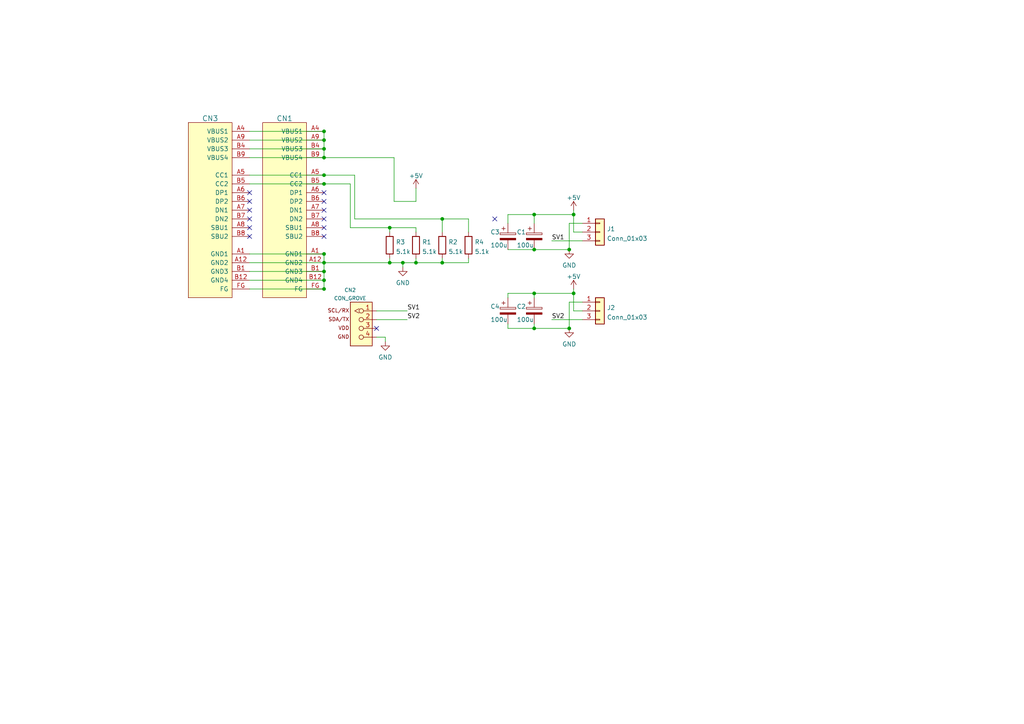
<source format=kicad_sch>
(kicad_sch (version 20211123) (generator eeschema)
  (paper "A4")
  (lib_symbols
    (symbol "Connector_Generic:Conn_01x03" (pin_names (offset 1.016) hide)
      (property "Reference" "J" (at 0 5.08 0))
      (property "Value" "Conn_01x03" (at 0 -5.08 0))
      (symbol "Conn_01x03_1_1"
        (rectangle (start -1.27 -2.413) (end 0 -2.667) (stroke (width 0.1524)))
        (rectangle (start -1.27 0.127) (end 0 -0.127) (stroke (width 0.1524)))
        (rectangle (start -1.27 2.667) (end 0 2.413) (stroke (width 0.1524)))
        (rectangle (start -1.27 3.81) (end 1.27 -3.81) (stroke (width 0.254)) (fill (type background)))
        (pin passive line (at -5.08 2.54 0) (length 3.81) (name "Pin_1") (number "1"))
        (pin passive line (at -5.08 0 0) (length 3.81) (name "Pin_2") (number "2"))
        (pin passive line (at -5.08 -2.54 0) (length 3.81) (name "Pin_3") (number "3"))
      )
    )
    (symbol "Device:C_Polarized" (pin_numbers hide) (pin_names (offset 0.254))
      (property "Reference" "C" (at 0.635 2.54 0))
      (property "Value" "C_Polarized" (at 0.635 -2.54 0))
      (symbol "C_Polarized_0_1"
        (rectangle (start -2.286 0.508) (end 2.286 1.016))
        (polyline (pts (xy -1.778 2.286) (xy -0.762 2.286)))
        (polyline (pts (xy -1.27 2.794) (xy -1.27 1.778)))
        (rectangle (start 2.286 -0.508) (end -2.286 -1.016) (fill (type outline)))
      )
      (symbol "C_Polarized_1_1"
        (pin passive line (at 0 3.81 270) (length 2.794) (name "~") (number "1"))
        (pin passive line (at 0 -3.81 90) (length 2.794) (name "~") (number "2"))
      )
    )
    (symbol "Device:R" (pin_numbers hide) (pin_names (offset 0))
      (property "Reference" "R" (at 2.032 0 90))
      (property "Value" "R" (at 0 0 90))
      (symbol "R_0_1"
        (rectangle (start -1.016 -2.54) (end 1.016 2.54) (stroke (width 0.254)))
      )
      (symbol "R_1_1"
        (pin passive line (at 0 3.81 270) (length 1.27) (name "~") (number "1"))
        (pin passive line (at 0 -3.81 90) (length 1.27) (name "~") (number "2"))
      )
    )
    (symbol "akita:CON_GROVE" (pin_names (offset 1.016))
      (property "Reference" "CN" (at 0 3.81 0))
      (property "Value" "CON_GROVE" (at 3.81 -5.08 90))
      (symbol "CON_GROVE_1_0"
        (text "GND" (at 5.334 -5.588 0) (effects (font (size 1.0668 1.0668)) (justify left bottom)))
        (text "SCL/RX" (at 5.334 2.032 0) (effects (font (size 1.0668 1.0668)) (justify left bottom)))
        (text "SDA/TX" (at 5.334 -0.508 0) (effects (font (size 1.0668 1.0668)) (justify left bottom)))
        (text "VDD" (at 5.334 -3.048 0) (effects (font (size 1.0668 1.0668)) (justify left bottom)))
        (pin bidirectional inverted_clock (at -2.54 2.54 0) (length 5.08) (name "1") (number "1"))
        (pin bidirectional inverted (at -2.54 0 0) (length 5.08) (name "2") (number "2"))
        (pin bidirectional inverted (at -2.54 -2.54 0) (length 5.08) (name "3") (number "3"))
        (pin bidirectional inverted (at -2.54 -5.08 0) (length 5.08) (name "4") (number "4"))
      )
      (symbol "CON_GROVE_1_1"
        (rectangle (start -1.27 5.08) (end 5.08 -7.62) (stroke (width 0.2032)) (fill (type background)))
      )
    )
    (symbol "akita:CON_USB-C-16p" (pin_names (offset 1.016))
      (property "Reference" "CN" (at -7.62 25.4 0))
      (symbol "CON_USB-C-16p_0_1"
        (rectangle (start -7.62 25.4) (end 5.08 -25.4) (stroke (width 0.1524)) (fill (type background)))
      )
      (symbol "CON_USB-C-16p_1_0"
        (pin bidirectional line (at -12.7 -12.7 0) (length 5.08) (name "GND1") (number "A1"))
        (pin bidirectional line (at -12.7 -15.24 0) (length 5.08) (name "GND2") (number "A12"))
        (pin bidirectional line (at -12.7 22.86 0) (length 5.08) (name "VBUS1") (number "A4"))
        (pin bidirectional line (at -12.7 10.16 0) (length 5.08) (name "CC1") (number "A5"))
        (pin bidirectional line (at -12.7 5.08 0) (length 5.08) (name "DP1") (number "A6"))
        (pin bidirectional line (at -12.7 0 0) (length 5.08) (name "DN1") (number "A7"))
        (pin bidirectional line (at -12.7 -5.08 0) (length 5.08) (name "SBU1") (number "A8"))
        (pin bidirectional line (at -12.7 20.32 0) (length 5.08) (name "VBUS2") (number "A9"))
        (pin bidirectional line (at -12.7 -17.78 0) (length 5.08) (name "GND3") (number "B1"))
        (pin bidirectional line (at -12.7 -20.32 0) (length 5.08) (name "GND4") (number "B12"))
        (pin bidirectional line (at -12.7 17.78 0) (length 5.08) (name "VBUS3") (number "B4"))
        (pin bidirectional line (at -12.7 7.62 0) (length 5.08) (name "CC2") (number "B5"))
        (pin bidirectional line (at -12.7 2.54 0) (length 5.08) (name "DP2") (number "B6"))
        (pin bidirectional line (at -12.7 -2.54 0) (length 5.08) (name "DN2") (number "B7"))
        (pin bidirectional line (at -12.7 -7.62 0) (length 5.08) (name "SBU2") (number "B8"))
        (pin bidirectional line (at -12.7 15.24 0) (length 5.08) (name "VBUS4") (number "B9"))
        (pin bidirectional line (at -12.7 -22.86 0) (length 5.08) (name "FG") (number "FG"))
      )
    )
    (symbol "power:+5V" (power) (pin_names (offset 0))
      (property "Value" "+5V" (at 0 3.556 0))
      (symbol "+5V_0_1"
        (polyline (pts (xy -0.762 1.27) (xy 0 2.54)))
        (polyline (pts (xy 0 0) (xy 0 2.54)))
        (polyline (pts (xy 0 2.54) (xy 0.762 1.27)))
      )
      (symbol "+5V_1_1"
        (pin power_in line (at 0 0 90) (length 0) hide (name "+5V") (number "1"))
      )
    )
    (symbol "power:GND" (power) (pin_names (offset 0))
      (property "Value" "GND" (at 0 -3.81 0))
      (symbol "GND_0_1"
        (polyline (pts (xy 0 0) (xy 0 -1.27) (xy 1.27 -1.27) (xy 0 -2.54) (xy -1.27 -1.27) (xy 0 -1.27)))
      )
      (symbol "GND_1_1"
        (pin power_in line (at 0 0 270) (length 0) hide (name "GND") (number "1"))
      )
    )
  )
  (junction (at 93.98 50.8))
  (junction (at 166.37 62.23))
  (junction (at 93.98 81.28))
  (junction (at 93.98 53.34))
  (junction (at 166.37 85.09))
  (junction (at 120.65 76.2))
  (junction (at 93.98 78.74))
  (junction (at 128.27 63.5))
  (junction (at 154.94 72.39))
  (junction (at 154.94 85.09))
  (junction (at 113.03 76.2))
  (junction (at 154.94 95.25))
  (junction (at 116.84 76.2))
  (junction (at 128.27 76.2))
  (junction (at 165.1 95.25))
  (junction (at 165.1 72.39))
  (junction (at 93.98 83.82))
  (junction (at 93.98 45.72))
  (junction (at 93.98 73.66))
  (junction (at 93.98 43.18))
  (junction (at 154.94 62.23))
  (junction (at 93.98 38.1))
  (junction (at 113.03 66.04))
  (junction (at 93.98 40.64))
  (junction (at 93.98 76.2))
  (no_connect (at 93.98 66.04))
  (no_connect (at 93.98 58.42))
  (no_connect (at 72.39 60.96))
  (no_connect (at 72.39 63.5))
  (no_connect (at 72.39 68.58))
  (no_connect (at 93.98 68.58))
  (no_connect (at 72.39 58.42))
  (no_connect (at 72.39 55.88))
  (no_connect (at 93.98 63.5))
  (no_connect (at 109.22 95.25))
  (no_connect (at 143.51 63.5))
  (no_connect (at 93.98 55.88))
  (no_connect (at 72.39 66.04))
  (no_connect (at 93.98 60.96))
  (wire (pts (xy 168.91 90.17) (xy 166.37 90.17)))
  (wire (pts (xy 165.1 64.77) (xy 165.1 72.39)))
  (wire (pts (xy 147.32 95.25) (xy 147.32 93.98)))
  (wire (pts (xy 120.65 76.2) (xy 128.27 76.2)))
  (wire (pts (xy 114.3 45.72) (xy 114.3 58.42)))
  (wire (pts (xy 93.98 78.74) (xy 93.98 81.28)))
  (wire (pts (xy 166.37 67.31) (xy 166.37 62.23)))
  (wire (pts (xy 111.76 97.79) (xy 111.76 99.06)))
  (wire (pts (xy 128.27 63.5) (xy 102.87 63.5)))
  (wire (pts (xy 113.03 66.04) (xy 120.65 66.04)))
  (wire (pts (xy 109.22 90.17) (xy 118.11 90.17)))
  (wire (pts (xy 102.87 63.5) (xy 102.87 50.8)))
  (wire (pts (xy 166.37 62.23) (xy 154.94 62.23)))
  (wire (pts (xy 160.02 69.85) (xy 168.91 69.85)))
  (wire (pts (xy 113.03 66.04) (xy 113.03 67.31)))
  (wire (pts (xy 72.39 83.82) (xy 93.98 83.82)))
  (wire (pts (xy 147.32 72.39) (xy 154.94 72.39)))
  (wire (pts (xy 168.91 64.77) (xy 165.1 64.77)))
  (wire (pts (xy 128.27 76.2) (xy 128.27 74.93)))
  (wire (pts (xy 72.39 73.66) (xy 93.98 73.66)))
  (wire (pts (xy 93.98 73.66) (xy 93.98 76.2)))
  (wire (pts (xy 93.98 38.1) (xy 93.98 40.64)))
  (wire (pts (xy 72.39 76.2) (xy 93.98 76.2)))
  (wire (pts (xy 113.03 76.2) (xy 116.84 76.2)))
  (wire (pts (xy 113.03 74.93) (xy 113.03 76.2)))
  (wire (pts (xy 93.98 45.72) (xy 114.3 45.72)))
  (wire (pts (xy 72.39 53.34) (xy 93.98 53.34)))
  (wire (pts (xy 93.98 43.18) (xy 93.98 45.72)))
  (wire (pts (xy 160.02 92.71) (xy 168.91 92.71)))
  (wire (pts (xy 165.1 87.63) (xy 165.1 95.25)))
  (wire (pts (xy 128.27 63.5) (xy 128.27 67.31)))
  (wire (pts (xy 101.6 66.04) (xy 113.03 66.04)))
  (wire (pts (xy 168.91 87.63) (xy 165.1 87.63)))
  (wire (pts (xy 72.39 81.28) (xy 93.98 81.28)))
  (wire (pts (xy 72.39 78.74) (xy 93.98 78.74)))
  (wire (pts (xy 135.89 63.5) (xy 128.27 63.5)))
  (wire (pts (xy 109.22 97.79) (xy 111.76 97.79)))
  (wire (pts (xy 120.65 58.42) (xy 120.65 54.61)))
  (wire (pts (xy 166.37 62.23) (xy 166.37 60.96)))
  (wire (pts (xy 93.98 76.2) (xy 93.98 78.74)))
  (wire (pts (xy 128.27 76.2) (xy 135.89 76.2)))
  (wire (pts (xy 165.1 95.25) (xy 154.94 95.25)))
  (wire (pts (xy 135.89 67.31) (xy 135.89 63.5)))
  (wire (pts (xy 135.89 76.2) (xy 135.89 74.93)))
  (wire (pts (xy 147.32 95.25) (xy 154.94 95.25)))
  (wire (pts (xy 166.37 85.09) (xy 154.94 85.09)))
  (wire (pts (xy 93.98 81.28) (xy 93.98 83.82)))
  (wire (pts (xy 109.22 92.71) (xy 118.11 92.71)))
  (wire (pts (xy 72.39 50.8) (xy 93.98 50.8)))
  (wire (pts (xy 72.39 43.18) (xy 93.98 43.18)))
  (wire (pts (xy 72.39 40.64) (xy 93.98 40.64)))
  (wire (pts (xy 154.94 85.09) (xy 154.94 86.36)))
  (wire (pts (xy 93.98 53.34) (xy 101.6 53.34)))
  (wire (pts (xy 120.65 66.04) (xy 120.65 67.31)))
  (wire (pts (xy 102.87 50.8) (xy 93.98 50.8)))
  (wire (pts (xy 166.37 85.09) (xy 166.37 83.82)))
  (wire (pts (xy 114.3 58.42) (xy 120.65 58.42)))
  (wire (pts (xy 168.91 67.31) (xy 166.37 67.31)))
  (wire (pts (xy 154.94 85.09) (xy 147.32 85.09)))
  (wire (pts (xy 101.6 53.34) (xy 101.6 66.04)))
  (wire (pts (xy 120.65 76.2) (xy 120.65 74.93)))
  (wire (pts (xy 166.37 90.17) (xy 166.37 85.09)))
  (wire (pts (xy 116.84 76.2) (xy 116.84 77.47)))
  (wire (pts (xy 72.39 45.72) (xy 93.98 45.72)))
  (wire (pts (xy 147.32 62.23) (xy 147.32 64.77)))
  (wire (pts (xy 147.32 85.09) (xy 147.32 86.36)))
  (wire (pts (xy 93.98 76.2) (xy 113.03 76.2)))
  (wire (pts (xy 116.84 76.2) (xy 120.65 76.2)))
  (wire (pts (xy 72.39 38.1) (xy 93.98 38.1)))
  (wire (pts (xy 93.98 40.64) (xy 93.98 43.18)))
  (wire (pts (xy 154.94 62.23) (xy 154.94 64.77)))
  (wire (pts (xy 154.94 95.25) (xy 154.94 93.98)))
  (wire (pts (xy 154.94 72.39) (xy 165.1 72.39)))
  (wire (pts (xy 154.94 62.23) (xy 147.32 62.23)))
  (label "SV2" (at 160.02 92.71 0))
  (label "SV1" (at 118.11 90.17 0))
  (label "SV1" (at 160.02 69.85 0))
  (label "SV2" (at 118.11 92.71 0))
  (symbol (lib_id "power:GND") (at 165.1 95.25 0) (unit 1)
    (property "Reference" "#PWR06" (effects hide))
    (property "Value" "GND" (at 165.1 99.8125 0))
  )
  (symbol (lib_id "Device:C_Polarized") (at 154.94 68.58 0) (unit 1)
    (property "Reference" "C1" (at 149.86 67.31 0) (effects (justify left)))
    (property "Value" "100u" (at 149.86 71.12 0) (effects (justify left)))
    (property "Footprint" "Capacitor_THT:CP_Radial_D6.3mm_P2.50mm" (effects hide))
  )
  (symbol (lib_id "Device:R") (at 135.89 71.12 0) (unit 1)
    (property "Reference" "R4" (at 137.668 70.2115 0) (effects (justify left)))
    (property "Value" "5.1k" (at 137.668 72.9866 0) (effects (justify left)))
    (property "Footprint" "Resistor_THT:R_Axial_DIN0204_L3.6mm_D1.6mm_P7.62mm_Horizontal" (effects hide))
  )
  (symbol (lib_id "Connector_Generic:Conn_01x03") (at 173.99 90.17 0) (unit 1)
    (property "Reference" "J2" (at 176.022 89.2615 0) (effects (justify left)))
    (property "Value" "Conn_01x03" (at 176.022 92.0366 0) (effects (justify left)))
    (property "Footprint" "Connector_PinHeader_2.54mm:PinHeader_1x03_P2.54mm_Vertical" (effects hide))
  )
  (symbol (lib_id "Connector_Generic:Conn_01x03") (at 173.99 67.31 0) (unit 1)
    (property "Reference" "J1" (at 176.022 66.4015 0) (effects (justify left)))
    (property "Value" "Conn_01x03" (at 176.022 69.1766 0) (effects (justify left)))
    (property "Footprint" "Connector_PinHeader_2.54mm:PinHeader_1x03_P2.54mm_Vertical" (effects hide))
  )
  (symbol (lib_id "power:+5V") (at 166.37 60.96 0) (unit 1)
    (property "Reference" "#PWR07" (effects hide))
    (property "Value" "+5V" (at 166.37 57.3555 0))
  )
  (symbol (lib_id "power:GND") (at 116.84 77.47 0) (unit 1)
    (property "Reference" "#PWR03" (effects hide))
    (property "Value" "GND" (at 116.84 82.0325 0))
  )
  (symbol (lib_id "Device:C_Polarized") (at 147.32 90.17 0) (unit 1)
    (property "Reference" "C4" (at 142.24 88.9 0) (effects (justify left)))
    (property "Value" "100u" (at 142.24 92.71 0) (effects (justify left)))
    (property "Footprint" "Capacitor_SMD:C_1206_3216Metric" (effects hide))
  )
  (symbol (lib_id "power:+5V") (at 120.65 54.61 0) (unit 1)
    (property "Reference" "#PWR04" (effects hide))
    (property "Value" "+5V" (at 120.65 51.0055 0))
  )
  (symbol (lib_id "power:GND") (at 165.1 72.39 0) (unit 1)
    (property "Reference" "#PWR05" (effects hide))
    (property "Value" "GND" (at 165.1 76.9525 0))
  )
  (symbol (lib_id "akita:CON_GROVE") (at 106.68 92.71 0) (mirror y) (unit 1)
    (property "Reference" "CN2" (at 101.5587 84.1406 0) (effects (font (size 1.0668 1.0668))))
    (property "Value" "CON_GROVE" (at 101.5587 86.5123 0) (effects (font (size 1.0668 1.0668))))
    (property "Footprint" "akita:CON_GROVE_V" (effects hide))
  )
  (symbol (lib_id "akita:CON_USB-C-16p") (at 81.28 60.96 0) (mirror y) (unit 1)
    (property "Reference" "CN1" (at 82.55 34.365 0) (effects (font (size 1.4986 1.4986))))
    (property "Value" "CON_USB-C-16p" (effects hide))
    (property "Footprint" "akita:USB-C_16p_V_TH" (effects hide))
    (property "LCSC" " C2848615" (effects hide))
  )
  (symbol (lib_id "Device:R") (at 120.65 71.12 0) (unit 1)
    (property "Reference" "R1" (at 122.428 70.2115 0) (effects (justify left)))
    (property "Value" "5.1k" (at 122.428 72.9866 0) (effects (justify left)))
    (property "Footprint" "Resistor_SMD:R_0603_1608Metric" (effects hide))
  )
  (symbol (lib_id "Device:C_Polarized") (at 154.94 90.17 0) (unit 1)
    (property "Reference" "C2" (at 149.86 88.9 0) (effects (justify left)))
    (property "Value" "100u" (at 149.86 92.71 0) (effects (justify left)))
    (property "Footprint" "Capacitor_THT:CP_Radial_D6.3mm_P2.50mm" (effects hide))
  )
  (symbol (lib_id "akita:CON_USB-C-16p") (at 59.69 60.96 0) (mirror y) (unit 1)
    (property "Reference" "CN3" (at 60.96 34.365 0) (effects (font (size 1.4986 1.4986))))
    (property "Value" "CON_USB-C-16p" (effects hide))
    (property "Footprint" "akita:USB-C_16p_V_TH" (effects hide))
    (property "LCSC" " C2848615" (effects hide))
  )
  (symbol (lib_id "Device:R") (at 128.27 71.12 0) (unit 1)
    (property "Reference" "R2" (at 130.048 70.2115 0) (effects (justify left)))
    (property "Value" "5.1k" (at 130.048 72.9866 0) (effects (justify left)))
    (property "Footprint" "Resistor_SMD:R_0603_1608Metric" (effects hide))
  )
  (symbol (lib_id "power:+5V") (at 166.37 83.82 0) (unit 1)
    (property "Reference" "#PWR08" (effects hide))
    (property "Value" "+5V" (at 166.37 80.2155 0))
  )
  (symbol (lib_id "Device:R") (at 113.03 71.12 0) (unit 1)
    (property "Reference" "R3" (at 114.808 70.2115 0) (effects (justify left)))
    (property "Value" "5.1k" (at 114.808 72.9866 0) (effects (justify left)))
    (property "Footprint" "Resistor_THT:R_Axial_DIN0204_L3.6mm_D1.6mm_P7.62mm_Horizontal" (effects hide))
  )
  (symbol (lib_id "Device:C_Polarized") (at 147.32 68.58 0) (unit 1)
    (property "Reference" "C3" (at 142.24 67.31 0) (effects (justify left)))
    (property "Value" "100u" (at 142.24 71.12 0) (effects (justify left)))
    (property "Footprint" "Capacitor_SMD:C_1206_3216Metric" (effects hide))
  )
  (symbol (lib_id "power:GND") (at 111.76 99.06 0) (unit 1)
    (property "Reference" "#PWR02" (effects hide))
    (property "Value" "GND" (at 111.76 103.6225 0))
  )
)
</source>
